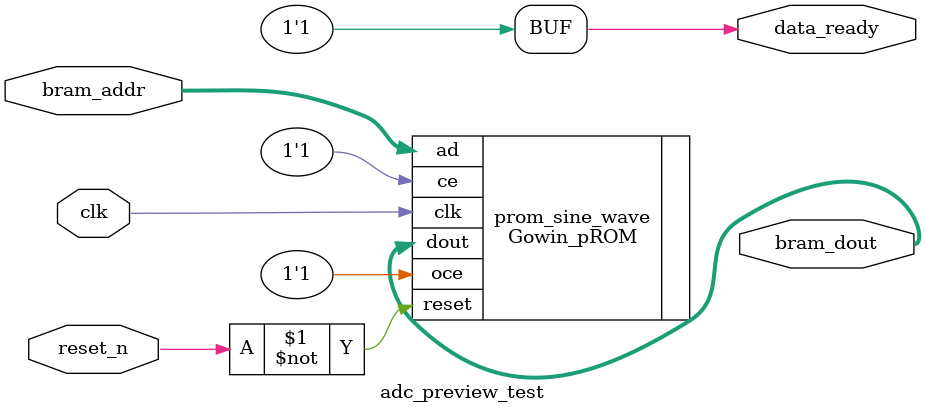
<source format=v>
`timescale 1ns / 1ps
module adc_preview_test (
    input         clk,
    input         reset_n,
    // 使用与pROM IP核地址位宽匹配的输入
    input  [8:0]  bram_addr, // 假设pROM深度为512 (地址位宽为9)
    output [7:0]  bram_dout,
    output        data_ready
);

    assign data_ready = 1'b1;

    // 实例化您的 Gowin pROM IP 核
    // **重要**: 请确保您在IP核生成器中，pROM的地址端口 ad 的位宽与
    // 此处的 bram_addr 位宽完全匹配。
    Gowin_pROM prom_sine_wave (
        .dout(bram_dout), 
        .clk(clk),
        .oce(1'b1),
        .ce(1'b1), 
        .reset(~reset_n),
        // --- ** 核心修正: 将完整的地址总线连接到pROM ** ---
        .ad(bram_addr) 
    );

endmodule

</source>
